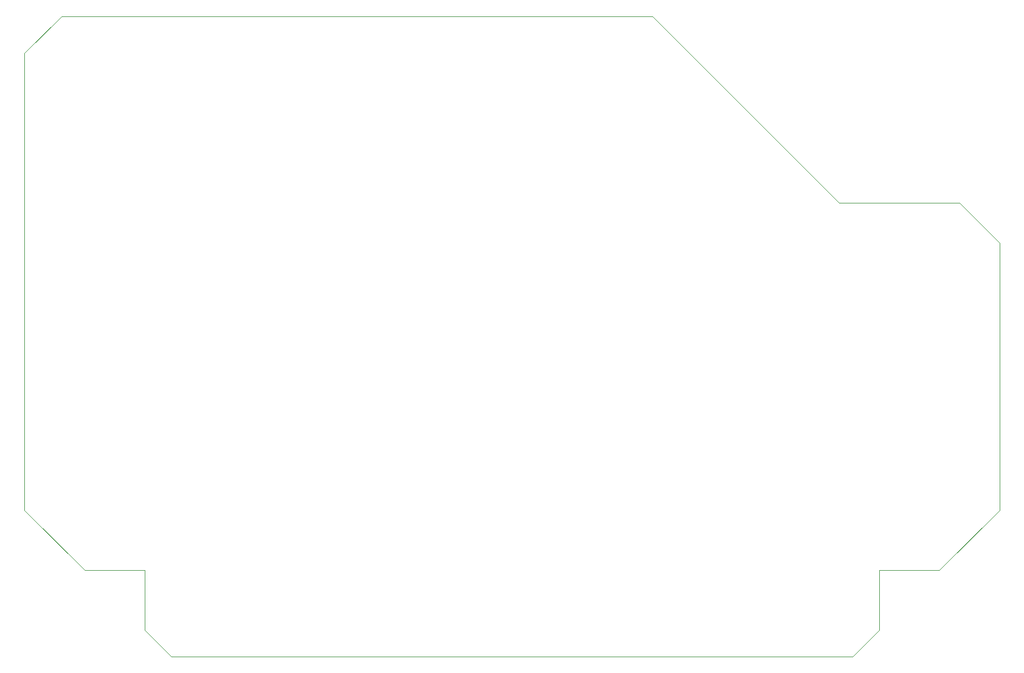
<source format=gbr>
G04*
G04 #@! TF.GenerationSoftware,Altium Limited,Altium Designer,23.2.1 (34)*
G04*
G04 Layer_Color=0*
%FSLAX25Y25*%
%MOIN*%
G70*
G04*
G04 #@! TF.SameCoordinates,91C23CEB-00FB-43FC-9C52-439D6A026708*
G04*
G04*
G04 #@! TF.FilePolarity,Positive*
G04*
G01*
G75*
%ADD116C,0.00100*%
D116*
X387795Y614173D02*
X344673D01*
X322835Y592335D01*
X322835Y322835D01*
X358268Y287402D01*
X393701D01*
Y251969D01*
X409449Y236221D01*
X811024Y236221D01*
X826772Y251969D01*
Y287402D01*
X862205Y287402D01*
X897638Y322835D01*
X897638Y480315D01*
X874016Y503937D01*
X803150D01*
X692913Y614173D01*
X387795Y614173D01*
M02*

</source>
